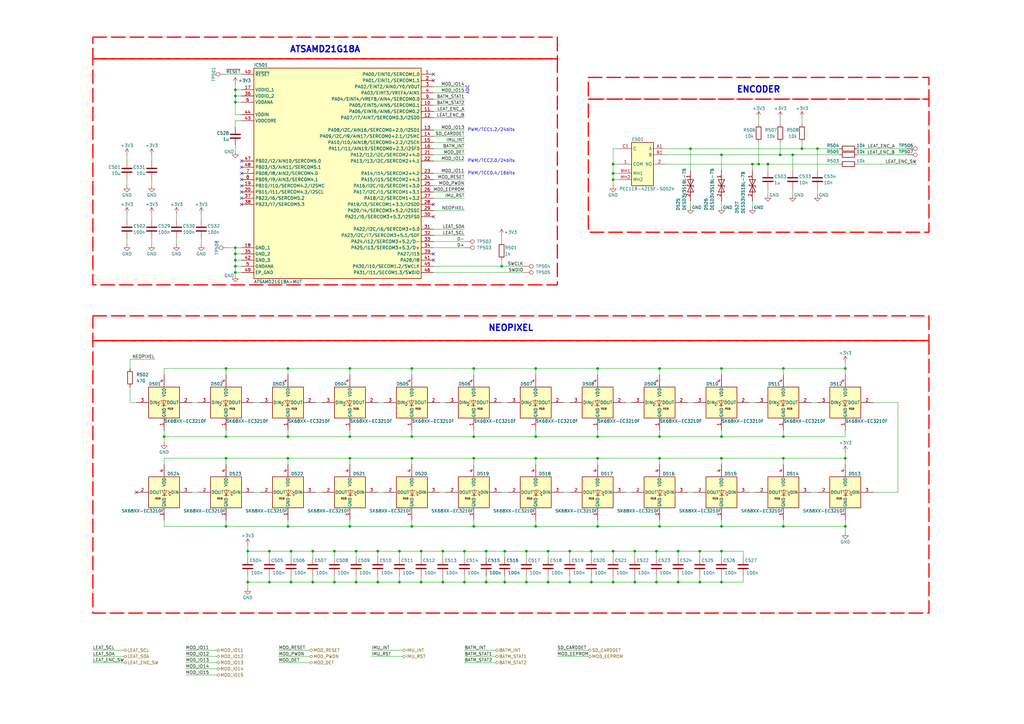
<source format=kicad_sch>
(kicad_sch (version 20231120) (generator "eeschema") (generator_version "8.0")
  (paper "A3")
  (title_block (title "Leds, encoder y ATSAMD21") (date "2024-07-18") (rev "Final") (company "MQuero"))
  (junction (at 269.24 238.76))
  (junction (at 242.57 226.06))
  (junction (at 287.02 238.76))
  (junction (at 251.46 226.06))
  (junction (at 308.61 67.31))
  (junction (at 260.35 226.06))
  (junction (at 181.61 238.76))
  (junction (at 163.83 238.76))
  (junction (at 96.52 101.6))
  (junction (at 119.38 238.76))
  (junction (at 219.71 187.96))
  (junction (at 233.68 238.76))
  (junction (at 146.05 226.06))
  (junction (at 295.91 226.06))
  (junction (at 215.9 238.76))
  (junction (at 190.5 238.76))
  (junction (at 278.13 226.06))
  (junction (at 96.52 109.22))
  (junction (at 287.02 226.06))
  (junction (at 346.71 187.96))
  (junction (at 101.6 226.06))
  (junction (at 270.51 151.13))
  (junction (at 172.72 238.76))
  (junction (at 128.27 238.76))
  (junction (at 137.16 226.06))
  (junction (at 251.46 73.66))
  (junction (at 278.13 238.76))
  (junction (at 199.39 238.76))
  (junction (at 219.71 151.13))
  (junction (at 224.79 226.06))
  (junction (at 143.51 187.96))
  (junction (at 283.21 60.96))
  (junction (at 96.52 41.91))
  (junction (at 224.79 238.76))
  (junction (at 219.71 179.07))
  (junction (at 269.24 226.06))
  (junction (at 245.11 215.9))
  (junction (at 118.11 151.13))
  (junction (at 314.96 67.31))
  (junction (at 96.52 111.76))
  (junction (at 92.71 179.07))
  (junction (at 118.11 179.07))
  (junction (at 143.51 179.07))
  (junction (at 325.12 63.5))
  (junction (at 321.31 151.13))
  (junction (at 328.93 60.96))
  (junction (at 245.11 151.13))
  (junction (at 146.05 238.76))
  (junction (at 215.9 226.06))
  (junction (at 295.91 187.96))
  (junction (at 321.31 215.9))
  (junction (at 194.31 215.9))
  (junction (at 270.51 179.07))
  (junction (at 219.71 215.9))
  (junction (at 270.51 215.9))
  (junction (at 194.31 179.07))
  (junction (at 67.31 179.07))
  (junction (at 320.04 63.5))
  (junction (at 242.57 238.76))
  (junction (at 168.91 215.9))
  (junction (at 96.52 106.68))
  (junction (at 295.91 179.07))
  (junction (at 163.83 226.06))
  (junction (at 311.15 67.31))
  (junction (at 321.31 187.96))
  (junction (at 118.11 215.9))
  (junction (at 110.49 238.76))
  (junction (at 194.31 187.96))
  (junction (at 143.51 215.9))
  (junction (at 251.46 71.12))
  (junction (at 154.94 238.76))
  (junction (at 346.71 151.13))
  (junction (at 346.71 215.9))
  (junction (at 251.46 238.76))
  (junction (at 119.38 226.06))
  (junction (at 194.31 151.13))
  (junction (at 295.91 151.13))
  (junction (at 118.11 187.96))
  (junction (at 128.27 226.06))
  (junction (at 143.51 151.13))
  (junction (at 251.46 67.31))
  (junction (at 92.71 215.9))
  (junction (at 96.52 39.37))
  (junction (at 110.49 226.06))
  (junction (at 295.91 238.76))
  (junction (at 205.74 109.22))
  (junction (at 172.72 226.06))
  (junction (at 190.5 226.06))
  (junction (at 101.6 238.76))
  (junction (at 92.71 151.13))
  (junction (at 295.91 63.5))
  (junction (at 321.31 179.07))
  (junction (at 270.51 187.96))
  (junction (at 181.61 226.06))
  (junction (at 199.39 226.06))
  (junction (at 96.52 36.83))
  (junction (at 245.11 179.07))
  (junction (at 168.91 187.96))
  (junction (at 137.16 238.76))
  (junction (at 207.01 238.76))
  (junction (at 207.01 226.06))
  (junction (at 335.28 60.96))
  (junction (at 168.91 179.07))
  (junction (at 92.71 187.96))
  (junction (at 96.52 104.14))
  (junction (at 245.11 187.96))
  (junction (at 260.35 238.76))
  (junction (at 295.91 215.9))
  (junction (at 233.68 226.06))
  (junction (at 168.91 151.13))
  (junction (at 154.94 226.06))
  (no_connect (at 177.8 88.9))
  (no_connect (at 99.06 76.2))
  (no_connect (at 99.06 83.82))
  (no_connect (at 99.06 71.12))
  (no_connect (at 99.06 81.28))
  (no_connect (at 177.8 104.14))
  (no_connect (at 99.06 66.04))
  (no_connect (at 177.8 30.48))
  (no_connect (at 99.06 78.74))
  (no_connect (at 99.06 73.66))
  (no_connect (at 177.8 33.02))
  (no_connect (at 55.88 201.93))
  (no_connect (at 177.8 106.68))
  (no_connect (at 177.8 83.82))
  (no_connect (at 99.06 68.58))
  (wire (pts (xy 199.39 238.76) (xy 207.01 238.76)))
  (wire (pts (xy 177.8 111.76) (xy 214.63 111.76)))
  (wire (pts (xy 295.91 215.9) (xy 270.51 215.9)))
  (wire (pts (xy 143.51 215.9) (xy 118.11 215.9)))
  (wire (pts (xy 260.35 226.06) (xy 260.35 228.6)))
  (wire (pts (xy 99.06 101.6) (xy 96.52 101.6)))
  (wire (pts (xy 92.71 215.9) (xy 67.31 215.9)))
  (wire (pts (xy 72.39 87.63) (xy 72.39 90.17)))
  (wire (pts (xy 320.04 58.42) (xy 320.04 63.5)))
  (wire (pts (xy 163.83 238.76) (xy 172.72 238.76)))
  (wire (pts (xy 219.71 187.96) (xy 194.31 187.96)))
  (wire (pts (xy 190.5 78.74) (xy 177.8 78.74)))
  (wire (pts (xy 67.31 176.53) (xy 67.31 179.07)))
  (wire (pts (xy 96.52 106.68) (xy 99.06 106.68)))
  (wire (pts (xy 194.31 187.96) (xy 168.91 187.96)))
  (wire (pts (xy 251.46 76.2) (xy 251.46 73.66)))
  (wire (pts (xy 101.6 226.06) (xy 101.6 228.6)))
  (wire (pts (xy 224.79 226.06) (xy 224.79 228.6)))
  (wire (pts (xy 245.11 179.07) (xy 270.51 179.07)))
  (wire (pts (xy 62.23 63.5) (xy 62.23 66.04)))
  (wire (pts (xy 287.02 238.76) (xy 278.13 238.76)))
  (wire (pts (xy 190.5 55.88) (xy 177.8 55.88)))
  (wire (pts (xy 177.8 99.06) (xy 190.5 99.06)))
  (wire (pts (xy 82.55 87.63) (xy 82.55 90.17)))
  (wire (pts (xy 207.01 236.22) (xy 207.01 238.76)))
  (wire (pts (xy 181.61 236.22) (xy 181.61 238.76)))
  (wire (pts (xy 314.96 69.85) (xy 314.96 67.31)))
  (wire (pts (xy 177.8 96.52) (xy 190.5 96.52)))
  (wire (pts (xy 78.74 165.1) (xy 81.28 165.1)))
  (wire (pts (xy 270.51 213.36) (xy 270.51 215.9)))
  (wire (pts (xy 283.21 82.55) (xy 283.21 85.09)))
  (wire (pts (xy 92.71 151.13) (xy 92.71 153.67)))
  (wire (pts (xy 96.52 111.76) (xy 96.52 113.03)))
  (wire (pts (xy 154.94 226.06) (xy 154.94 228.6)))
  (wire (pts (xy 245.11 151.13) (xy 270.51 151.13)))
  (wire (pts (xy 96.52 109.22) (xy 99.06 109.22)))
  (wire (pts (xy 190.5 269.24) (xy 203.2 269.24)))
  (wire (pts (xy 168.91 215.9) (xy 143.51 215.9)))
  (wire (pts (xy 228.6 266.7) (xy 241.3 266.7)))
  (wire (pts (xy 92.71 187.96) (xy 67.31 187.96)))
  (wire (pts (xy 295.91 82.55) (xy 295.91 85.09)))
  (wire (pts (xy 53.34 147.32) (xy 63.5 147.32)))
  (wire (pts (xy 93.98 101.6) (xy 96.52 101.6)))
  (wire (pts (xy 53.34 158.75) (xy 53.34 165.1)))
  (wire (pts (xy 321.31 213.36) (xy 321.31 215.9)))
  (wire (pts (xy 190.5 58.42) (xy 177.8 58.42)))
  (wire (pts (xy 295.91 187.96) (xy 270.51 187.96)))
  (wire (pts (xy 224.79 238.76) (xy 215.9 238.76)))
  (wire (pts (xy 128.27 236.22) (xy 128.27 238.76)))
  (wire (pts (xy 335.28 80.01) (xy 335.28 77.47)))
  (wire (pts (xy 325.12 80.01) (xy 325.12 77.47)))
  (wire (pts (xy 295.91 236.22) (xy 295.91 238.76)))
  (wire (pts (xy 304.8 226.06) (xy 304.8 228.6)))
  (wire (pts (xy 251.46 73.66) (xy 254 73.66)))
  (wire (pts (xy 143.51 176.53) (xy 143.51 179.07)))
  (wire (pts (xy 168.91 213.36) (xy 168.91 215.9)))
  (wire (pts (xy 114.3 271.78) (xy 127 271.78)))
  (wire (pts (xy 346.71 187.96) (xy 346.71 190.5)))
  (wire (pts (xy 190.5 236.22) (xy 190.5 238.76)))
  (wire (pts (xy 154.94 226.06) (xy 163.83 226.06)))
  (wire (pts (xy 181.61 226.06) (xy 190.5 226.06)))
  (wire (pts (xy 99.06 41.91) (xy 96.52 41.91)))
  (wire (pts (xy 346.71 213.36) (xy 346.71 215.9)))
  (wire (pts (xy 110.49 238.76) (xy 119.38 238.76)))
  (wire (pts (xy 177.8 109.22) (xy 205.74 109.22)))
  (wire (pts (xy 128.27 226.06) (xy 137.16 226.06)))
  (wire (pts (xy 284.48 201.93) (xy 281.94 201.93)))
  (wire (pts (xy 245.11 187.96) (xy 245.11 190.5)))
  (wire (pts (xy 168.91 176.53) (xy 168.91 179.07)))
  (wire (pts (xy 67.31 151.13) (xy 67.31 153.67)))
  (wire (pts (xy 182.88 201.93) (xy 180.34 201.93)))
  (wire (pts (xy 172.72 226.06) (xy 181.61 226.06)))
  (wire (pts (xy 190.5 63.5) (xy 177.8 63.5)))
  (wire (pts (xy 328.93 58.42) (xy 328.93 60.96)))
  (wire (pts (xy 62.23 87.63) (xy 62.23 90.17)))
  (wire (pts (xy 219.71 151.13) (xy 219.71 153.67)))
  (wire (pts (xy 177.8 73.66) (xy 190.5 73.66)))
  (wire (pts (xy 245.11 213.36) (xy 245.11 215.9)))
  (wire (pts (xy 228.6 269.24) (xy 241.3 269.24)))
  (wire (pts (xy 208.28 201.93) (xy 205.74 201.93)))
  (wire (pts (xy 118.11 213.36) (xy 118.11 215.9)))
  (wire (pts (xy 233.68 226.06) (xy 233.68 228.6)))
  (wire (pts (xy 281.94 165.1) (xy 284.48 165.1)))
  (wire (pts (xy 190.5 71.12) (xy 177.8 71.12)))
  (wire (pts (xy 287.02 236.22) (xy 287.02 238.76)))
  (wire (pts (xy 308.61 82.55) (xy 308.61 85.09)))
  (wire (pts (xy 137.16 226.06) (xy 137.16 228.6)))
  (wire (pts (xy 295.91 226.06) (xy 295.91 228.6)))
  (wire (pts (xy 163.83 226.06) (xy 163.83 228.6)))
  (wire (pts (xy 233.68 226.06) (xy 224.79 226.06)))
  (wire (pts (xy 231.14 165.1) (xy 233.68 165.1)))
  (wire (pts (xy 233.68 201.93) (xy 231.14 201.93)))
  (wire (pts (xy 143.51 151.13) (xy 143.51 153.67)))
  (wire (pts (xy 245.11 176.53) (xy 245.11 179.07)))
  (wire (pts (xy 128.27 238.76) (xy 137.16 238.76)))
  (wire (pts (xy 52.07 87.63) (xy 52.07 90.17)))
  (wire (pts (xy 346.71 148.59) (xy 346.71 151.13)))
  (wire (pts (xy 269.24 236.22) (xy 269.24 238.76)))
  (wire (pts (xy 270.51 176.53) (xy 270.51 179.07)))
  (wire (pts (xy 368.3 165.1) (xy 368.3 201.93)))
  (wire (pts (xy 295.91 151.13) (xy 321.31 151.13)))
  (wire (pts (xy 215.9 226.06) (xy 207.01 226.06)))
  (wire (pts (xy 321.31 179.07) (xy 346.71 179.07)))
  (wire (pts (xy 242.57 236.22) (xy 242.57 238.76)))
  (wire (pts (xy 214.63 109.22) (xy 205.74 109.22)))
  (wire (pts (xy 295.91 63.5) (xy 320.04 63.5)))
  (wire (pts (xy 143.51 179.07) (xy 168.91 179.07)))
  (wire (pts (xy 190.5 238.76) (xy 199.39 238.76)))
  (wire (pts (xy 101.6 223.52) (xy 101.6 226.06)))
  (wire (pts (xy 190.5 35.56) (xy 177.8 35.56)))
  (wire (pts (xy 278.13 238.76) (xy 269.24 238.76)))
  (wire (pts (xy 128.27 226.06) (xy 128.27 228.6)))
  (wire (pts (xy 154.94 165.1) (xy 157.48 165.1)))
  (wire (pts (xy 96.52 41.91) (xy 96.52 46.99)))
  (wire (pts (xy 321.31 187.96) (xy 295.91 187.96)))
  (wire (pts (xy 311.15 67.31) (xy 314.96 67.31)))
  (wire (pts (xy 146.05 226.06) (xy 154.94 226.06)))
  (wire (pts (xy 132.08 201.93) (xy 129.54 201.93)))
  (wire (pts (xy 251.46 226.06) (xy 251.46 228.6)))
  (wire (pts (xy 104.14 165.1) (xy 106.68 165.1)))
  (wire (pts (xy 295.91 153.67) (xy 295.91 151.13)))
  (wire (pts (xy 96.52 104.14) (xy 99.06 104.14)))
  (wire (pts (xy 346.71 215.9) (xy 321.31 215.9)))
  (wire (pts (xy 52.07 73.66) (xy 52.07 76.2)))
  (wire (pts (xy 304.8 226.06) (xy 295.91 226.06)))
  (wire (pts (xy 215.9 238.76) (xy 207.01 238.76)))
  (wire (pts (xy 190.5 38.1) (xy 177.8 38.1)))
  (wire (pts (xy 190.5 271.78) (xy 203.2 271.78)))
  (wire (pts (xy 224.79 236.22) (xy 224.79 238.76)))
  (wire (pts (xy 96.52 109.22) (xy 96.52 111.76)))
  (wire (pts (xy 157.48 201.93) (xy 154.94 201.93)))
  (wire (pts (xy 143.51 213.36) (xy 143.51 215.9)))
  (wire (pts (xy 92.71 187.96) (xy 92.71 190.5)))
  (wire (pts (xy 314.96 80.01) (xy 314.96 77.47)))
  (wire (pts (xy 256.54 165.1) (xy 259.08 165.1)))
  (wire (pts (xy 101.6 236.22) (xy 101.6 238.76)))
  (wire (pts (xy 67.31 151.13) (xy 92.71 151.13)))
  (wire (pts (xy 118.11 151.13) (xy 118.11 153.67)))
  (wire (pts (xy 96.52 39.37) (xy 96.52 36.83)))
  (wire (pts (xy 269.24 238.76) (xy 260.35 238.76)))
  (wire (pts (xy 194.31 213.36) (xy 194.31 215.9)))
  (wire (pts (xy 177.8 76.2) (xy 190.5 76.2)))
  (wire (pts (xy 283.21 60.96) (xy 328.93 60.96)))
  (wire (pts (xy 96.52 49.53) (xy 99.06 49.53)))
  (wire (pts (xy 118.11 176.53) (xy 118.11 179.07)))
  (wire (pts (xy 269.24 226.06) (xy 260.35 226.06)))
  (wire (pts (xy 194.31 176.53) (xy 194.31 179.07)))
  (wire (pts (xy 242.57 226.06) (xy 233.68 226.06)))
  (wire (pts (xy 335.28 60.96) (xy 344.17 60.96)))
  (wire (pts (xy 233.68 238.76) (xy 224.79 238.76)))
  (wire (pts (xy 346.71 151.13) (xy 346.71 153.67)))
  (wire (pts (xy 251.46 238.76) (xy 242.57 238.76)))
  (wire (pts (xy 304.8 236.22) (xy 304.8 238.76)))
  (wire (pts (xy 321.31 151.13) (xy 346.71 151.13)))
  (wire (pts (xy 224.79 226.06) (xy 215.9 226.06)))
  (wire (pts (xy 194.31 179.07) (xy 219.71 179.07)))
  (wire (pts (xy 304.8 238.76) (xy 295.91 238.76)))
  (wire (pts (xy 321.31 151.13) (xy 321.31 153.67)))
  (wire (pts (xy 137.16 238.76) (xy 146.05 238.76)))
  (wire (pts (xy 119.38 238.76) (xy 128.27 238.76)))
  (wire (pts (xy 219.71 176.53) (xy 219.71 179.07)))
  (wire (pts (xy 260.35 226.06) (xy 251.46 226.06)))
  (wire (pts (xy 129.54 165.1) (xy 132.08 165.1)))
  (wire (pts (xy 168.91 151.13) (xy 168.91 153.67)))
  (wire (pts (xy 92.71 151.13) (xy 118.11 151.13)))
  (wire (pts (xy 278.13 226.06) (xy 278.13 228.6)))
  (wire (pts (xy 295.91 226.06) (xy 287.02 226.06)))
  (wire (pts (xy 152.4 269.24) (xy 165.1 269.24)))
  (wire (pts (xy 295.91 176.53) (xy 295.91 179.07)))
  (wire (pts (xy 92.71 30.48) (xy 99.06 30.48)))
  (wire (pts (xy 190.5 60.96) (xy 177.8 60.96)))
  (wire (pts (xy 119.38 226.06) (xy 128.27 226.06)))
  (wire (pts (xy 307.34 165.1) (xy 309.88 165.1)))
  (wire (pts (xy 163.83 226.06) (xy 172.72 226.06)))
  (wire (pts (xy 358.14 165.1) (xy 368.3 165.1)))
  (wire (pts (xy 251.46 226.06) (xy 242.57 226.06)))
  (wire (pts (xy 76.2 271.78) (xy 88.9 271.78)))
  (wire (pts (xy 251.46 71.12) (xy 254 71.12)))
  (wire (pts (xy 260.35 236.22) (xy 260.35 238.76)))
  (wire (pts (xy 295.91 238.76) (xy 287.02 238.76)))
  (wire (pts (xy 190.5 43.18) (xy 177.8 43.18)))
  (wire (pts (xy 314.96 67.31) (xy 344.17 67.31)))
  (wire (pts (xy 96.52 41.91) (xy 96.52 39.37)))
  (wire (pts (xy 270.51 187.96) (xy 270.51 190.5)))
  (wire (pts (xy 119.38 236.22) (xy 119.38 238.76)))
  (wire (pts (xy 190.5 81.28) (xy 177.8 81.28)))
  (wire (pts (xy 137.16 236.22) (xy 137.16 238.76)))
  (wire (pts (xy 177.8 93.98) (xy 190.5 93.98)))
  (wire (pts (xy 311.15 58.42) (xy 311.15 67.31)))
  (wire (pts (xy 251.46 73.66) (xy 251.46 71.12)))
  (wire (pts (xy 67.31 181.61) (xy 67.31 179.07)))
  (wire (pts (xy 180.34 165.1) (xy 182.88 165.1)))
  (wire (pts (xy 67.31 179.07) (xy 92.71 179.07)))
  (wire (pts (xy 270.51 179.07) (xy 295.91 179.07)))
  (wire (pts (xy 245.11 215.9) (xy 219.71 215.9)))
  (wire (pts (xy 270.51 215.9) (xy 245.11 215.9)))
  (wire (pts (xy 53.34 165.1) (xy 55.88 165.1)))
  (wire (pts (xy 270.51 153.67) (xy 270.51 151.13)))
  (wire (pts (xy 143.51 187.96) (xy 118.11 187.96)))
  (wire (pts (xy 52.07 97.79) (xy 52.07 100.33)))
  (wire (pts (xy 110.49 236.22) (xy 110.49 238.76)))
  (wire (pts (xy 295.91 63.5) (xy 295.91 69.85)))
  (wire (pts (xy 72.39 97.79) (xy 72.39 100.33)))
  (wire (pts (xy 137.16 226.06) (xy 146.05 226.06)))
  (wire (pts (xy 118.11 190.5) (xy 118.11 187.96)))
  (wire (pts (xy 96.52 52.07) (xy 96.52 49.53)))
  (wire (pts (xy 177.8 48.26) (xy 190.5 48.26)))
  (wire (pts (xy 205.74 165.1) (xy 208.28 165.1)))
  (wire (pts (xy 82.55 97.79) (xy 82.55 100.33)))
  (wire (pts (xy 101.6 238.76) (xy 110.49 238.76)))
  (wire (pts (xy 283.21 60.96) (xy 283.21 69.85)))
  (wire (pts (xy 118.11 215.9) (xy 92.71 215.9)))
  (wire (pts (xy 351.79 63.5) (xy 372.11 63.5)))
  (wire (pts (xy 242.57 238.76) (xy 233.68 238.76)))
  (wire (pts (xy 215.9 236.22) (xy 215.9 238.76)))
  (wire (pts (xy 50.8 266.7) (xy 38.1 266.7)))
  (wire (pts (xy 168.91 187.96) (xy 168.91 190.5)))
  (wire (pts (xy 76.2 276.86) (xy 88.9 276.86)))
  (wire (pts (xy 50.8 271.78) (xy 38.1 271.78)))
  (wire (pts (xy 190.5 226.06) (xy 199.39 226.06)))
  (wire (pts (xy 320.04 48.26) (xy 320.04 50.8)))
  (wire (pts (xy 163.83 236.22) (xy 163.83 238.76)))
  (wire (pts (xy 242.57 226.06) (xy 242.57 228.6)))
  (wire (pts (xy 295.91 213.36) (xy 295.91 215.9)))
  (wire (pts (xy 96.52 39.37) (xy 99.06 39.37)))
  (wire (pts (xy 118.11 179.07) (xy 143.51 179.07)))
  (wire (pts (xy 52.07 63.5) (xy 52.07 66.04)))
  (wire (pts (xy 308.61 67.31) (xy 311.15 67.31)))
  (wire (pts (xy 320.04 63.5) (xy 325.12 63.5)))
  (wire (pts (xy 194.31 151.13) (xy 194.31 153.67)))
  (wire (pts (xy 110.49 226.06) (xy 119.38 226.06)))
  (wire (pts (xy 245.11 151.13) (xy 245.11 153.67)))
  (wire (pts (xy 321.31 187.96) (xy 321.31 190.5)))
  (wire (pts (xy 351.79 60.96) (xy 372.11 60.96)))
  (wire (pts (xy 172.72 226.06) (xy 172.72 228.6)))
  (wire (pts (xy 321.31 215.9) (xy 295.91 215.9)))
  (wire (pts (xy 110.49 226.06) (xy 110.49 228.6)))
  (wire (pts (xy 127 269.24) (xy 114.3 269.24)))
  (wire (pts (xy 219.71 151.13) (xy 245.11 151.13)))
  (wire (pts (xy 146.05 226.06) (xy 146.05 228.6)))
  (wire (pts (xy 346.71 185.42) (xy 346.71 187.96)))
  (wire (pts (xy 219.71 179.07) (xy 245.11 179.07)))
  (wire (pts (xy 278.13 226.06) (xy 269.24 226.06)))
  (wire (pts (xy 106.68 201.93) (xy 104.14 201.93)))
  (wire (pts (xy 181.61 238.76) (xy 190.5 238.76)))
  (wire (pts (xy 199.39 236.22) (xy 199.39 238.76)))
  (wire (pts (xy 81.28 201.93) (xy 78.74 201.93)))
  (wire (pts (xy 194.31 187.96) (xy 194.31 190.5)))
  (wire (pts (xy 351.79 67.31) (xy 375.92 67.31)))
  (wire (pts (xy 67.31 215.9) (xy 67.31 213.36)))
  (wire (pts (xy 251.46 60.96) (xy 254 60.96)))
  (wire (pts (xy 76.2 274.32) (xy 88.9 274.32)))
  (wire (pts (xy 233.68 236.22) (xy 233.68 238.76)))
  (wire (pts (xy 96.52 101.6) (xy 96.52 104.14)))
  (wire (pts (xy 260.35 238.76) (xy 251.46 238.76)))
  (wire (pts (xy 194.31 151.13) (xy 219.71 151.13)))
  (wire (pts (xy 346.71 187.96) (xy 321.31 187.96)))
  (wire (pts (xy 96.52 34.29) (xy 96.52 36.83)))
  (wire (pts (xy 205.74 96.52) (xy 205.74 99.06)))
  (wire (pts (xy 278.13 236.22) (xy 278.13 238.76)))
  (wire (pts (xy 177.8 101.6) (xy 190.5 101.6)))
  (wire (pts (xy 177.8 86.36) (xy 190.5 86.36)))
  (wire (pts (xy 53.34 151.13) (xy 53.34 147.32)))
  (wire (pts (xy 245.11 187.96) (xy 219.71 187.96)))
  (wire (pts (xy 190.5 53.34) (xy 177.8 53.34)))
  (wire (pts (xy 251.46 67.31) (xy 251.46 60.96)))
  (wire (pts (xy 76.2 266.7) (xy 88.9 266.7)))
  (wire (pts (xy 92.71 176.53) (xy 92.71 179.07)))
  (wire (pts (xy 332.74 165.1) (xy 335.28 165.1)))
  (wire (pts (xy 190.5 66.04) (xy 177.8 66.04)))
  (wire (pts (xy 92.71 213.36) (xy 92.71 215.9)))
  (wire (pts (xy 205.74 106.68) (xy 205.74 109.22)))
  (wire (pts (xy 328.93 48.26) (xy 328.93 50.8)))
  (wire (pts (xy 62.23 73.66) (xy 62.23 76.2)))
  (wire (pts (xy 168.91 179.07) (xy 194.31 179.07)))
  (wire (pts (xy 273.05 60.96) (xy 283.21 60.96)))
  (wire (pts (xy 177.8 45.72) (xy 190.5 45.72)))
  (wire (pts (xy 311.15 48.26) (xy 311.15 50.8)))
  (wire (pts (xy 259.08 201.93) (xy 256.54 201.93)))
  (wire (pts (xy 273.05 67.31) (xy 308.61 67.31)))
  (wire (pts (xy 154.94 236.22) (xy 154.94 238.76)))
  (wire (pts (xy 99.06 36.83) (xy 96.52 36.83)))
  (wire (pts (xy 76.2 269.24) (xy 88.9 269.24)))
  (wire (pts (xy 346.71 218.44) (xy 346.71 215.9)))
  (wire (pts (xy 143.51 151.13) (xy 168.91 151.13)))
  (wire (pts (xy 368.3 201.93) (xy 358.14 201.93)))
  (wire (pts (xy 295.91 179.07) (xy 321.31 179.07)))
  (wire (pts (xy 287.02 226.06) (xy 278.13 226.06)))
  (wire (pts (xy 194.31 215.9) (xy 168.91 215.9)))
  (wire (pts (xy 146.05 236.22) (xy 146.05 238.76)))
  (wire (pts (xy 207.01 228.6) (xy 207.01 226.06)))
  (wire (pts (xy 308.61 69.85) (xy 308.61 67.31)))
  (wire (pts (xy 335.28 201.93) (xy 332.74 201.93)))
  (wire (pts (xy 152.4 266.7) (xy 165.1 266.7)))
  (wire (pts (xy 101.6 226.06) (xy 110.49 226.06)))
  (wire (pts (xy 219.71 187.96) (xy 219.71 190.5)))
  (wire (pts (xy 172.72 238.76) (xy 181.61 238.76)))
  (wire (pts (xy 119.38 228.6) (xy 119.38 226.06)))
  (wire (pts (xy 50.8 269.24) (xy 38.1 269.24)))
  (wire (pts (xy 154.94 238.76) (xy 163.83 238.76)))
  (wire (pts (xy 127 266.7) (xy 114.3 266.7)))
  (wire (pts (xy 287.02 228.6) (xy 287.02 226.06)))
  (wire (pts (xy 270.51 151.13) (xy 295.91 151.13)))
  (wire (pts (xy 190.5 228.6) (xy 190.5 226.06)))
  (wire (pts (xy 215.9 228.6) (xy 215.9 226.06)))
  (wire (pts (xy 295.91 187.96) (xy 295.91 190.5)))
  (wire (pts (xy 199.39 228.6) (xy 199.39 226.06)))
  (wire (pts (xy 328.93 60.96) (xy 335.28 60.96)))
  (wire (pts (xy 251.46 236.22) (xy 251.46 238.76)))
  (wire (pts (xy 96.52 104.14) (xy 96.52 106.68)))
  (wire (pts (xy 168.91 151.13) (xy 194.31 151.13)))
  (wire (pts (xy 172.72 236.22) (xy 172.72 238.76)))
  (wire (pts (xy 346.71 179.07) (xy 346.71 176.53)))
  (wire (pts (xy 96.52 106.68) (xy 96.52 109.22)))
  (wire (pts (xy 62.23 97.79) (xy 62.23 100.33)))
  (wire (pts (xy 146.05 238.76) (xy 154.94 238.76)))
  (wire (pts (xy 181.61 226.06) (xy 181.61 228.6)))
  (wire (pts (xy 321.31 176.53) (xy 321.31 179.07)))
  (wire (pts (xy 99.06 46.99) (xy 96.52 46.99)))
  (wire (pts (xy 325.12 63.5) (xy 344.17 63.5)))
  (wire (pts (xy 96.52 111.76) (xy 99.06 111.76)))
  (wire (pts (xy 251.46 67.31) (xy 254 67.31)))
  (wire (pts (xy 143.51 190.5) (xy 143.51 187.96)))
  (wire (pts (xy 269.24 226.06) (xy 269.24 228.6)))
  (wire (pts (xy 309.88 201.93) (xy 307.34 201.93)))
  (wire (pts (xy 67.31 187.96) (xy 67.31 190.5)))
  (wire (pts (xy 96.52 59.69) (xy 96.52 62.23)))
  (wire (pts (xy 251.46 71.12) (xy 251.46 67.31)))
  (wire (pts (xy 325.12 63.5) (xy 325.12 69.85)))
  (wire (pts (xy 199.39 226.06) (xy 207.01 226.06)))
  (wire (pts (xy 219.71 215.9) (xy 194.31 215.9)))
  (wire (pts (xy 92.71 179.07) (xy 118.11 179.07)))
  (wire (pts (xy 101.6 241.3) (xy 101.6 238.76)))
  (wire (pts (xy 190.5 266.7) (xy 203.2 266.7)))
  (wire (pts (xy 118.11 187.96) (xy 92.71 187.96)))
  (wire (pts (xy 335.28 60.96) (xy 335.28 69.85)))
  (wire (pts (xy 270.51 187.96) (xy 245.11 187.96)))
  (wire (pts (xy 273.05 63.5) (xy 295.91 63.5)))
  (wire (pts (xy 168.91 187.96) (xy 143.51 187.96)))
  (wire (pts (xy 190.5 40.64) (xy 177.8 40.64)))
  (wire (pts (xy 118.11 151.13) (xy 143.51 151.13)))
  (wire (pts (xy 219.71 213.36) (xy 219.71 215.9)))
  (rectangle (start 38.1 139.7) (end 381 251.46) (stroke (width 0.508) (type dash) (color 255 0 0 1)))
  (rectangle (start 241.3 40.64) (end 381 95.25) (stroke (width 0.508) (type dash) (color 255 0 0 1)))
  (rectangle (start 38.1 129.54) (end 381 139.7) (stroke (width 0.508) (type dash) (color 255 0 0 1)))
  (rectangle (start 38.1 24.13) (end 228.6 116.84) (stroke (width 0.508) (type dash) (color 255 0 0 1)))
  (rectangle (start 38.1 15.24) (end 228.6 24.13) (stroke (width 0.508) (type dash) (color 255 0 0 1)))
  (rectangle (start 241.3 31.75) (end 381 40.64) (stroke (width 0.508) (type dash) (color 255 0 0 1)))
  (text "PWM/TCC1.2/24bits" (at 191.77 53.34 0) (effects (font (size 1.27 1.27)) (justify left)))
  (text "ENCODER" (at 311.15 36.83 0) (effects (font (size 2.54 2.54) (thickness 0.508) (bold yes))))
  (text "ADC\n" (at 191.77 36.83 90) (effects (font (size 1.27 1.27))))
  (text "ATSAMD21G18A" (at 133.35 20.32 0) (effects (font (size 2.54 2.54) (thickness 0.508) (bold yes))))
  (text "PWM/TCC0.4/16bits" (at 191.77 71.12 0) (effects (font (size 1.27 1.27)) (justify left)))
  (text "NEOPIXEL" (at 209.55 134.62 0) (effects (font (size 2.54 2.54) (thickness 0.508) (bold yes))))
  (text "PWM/TCC2.0/24bits" (at 191.77 66.04 0) (effects (font (size 1.27 1.27)) (justify left)))
  (label "BATM_INT" (at 190.5 60.96 180))
  (label "SD_CARDDET" (at 228.6 266.7 0))
  (label "MOD_IO12" (at 190.5 66.04 180))
  (label "NEOPIXEL" (at 63.5 147.32 180))
  (label "BATM_STAT1" (at 190.5 40.64 180))
  (label "MOD_IO13" (at 190.5 53.34 180))
  (label "MOD_IO15" (at 76.2 276.86 0))
  (label "MOD_RESET" (at 114.3 266.7 0))
  (label "LEAT_ENC_B" (at 190.5 48.26 180))
  (label "LEAT_ENC_B" (at 367.03 63.5 180))
  (label "MOD_PWDN" (at 190.5 76.2 180))
  (label "IMU_INT" (at 152.4 266.7 0))
  (label "SWDIO" (at 214.63 111.76 180))
  (label "MOD_IO11" (at 190.5 71.12 180))
  (label "MOD_DET" (at 114.3 271.78 0))
  (label "IMU_RST" (at 152.4 269.24 0))
  (label "LEAT_SDA" (at 190.5 93.98 180))
  (label "MOD_DET" (at 190.5 63.5 180))
  (label "LEAT_SDA" (at 38.1 269.24 0))
  (label "LEAT_SCL" (at 38.1 266.7 0))
  (label "BATM_STAT1" (at 190.5 269.24 0))
  (label "MOD_PWDN" (at 114.3 269.24 0))
  (label "BATM_STAT2" (at 190.5 271.78 0))
  (label "NEOPIXEL" (at 190.5 86.36 180))
  (label "MOD_IO13" (at 76.2 271.78 0))
  (label "MOD_RESET" (at 190.5 73.66 180))
  (label "MOD_IO11" (at 76.2 266.7 0))
  (label "IMU_RST" (at 190.5 81.28 180))
  (label "SD_CARDDET" (at 190.5 55.88 180))
  (label "MOD_IO12" (at 76.2 269.24 0))
  (label "D+" (at 190.5 101.6 180))
  (label "D-" (at 190.5 99.06 180))
  (label "IMU_INT" (at 190.5 58.42 180))
  (label "BATM_STAT2" (at 190.5 43.18 180))
  (label "MOD_IO14" (at 76.2 274.32 0))
  (label "BATM_INT" (at 190.5 266.7 0))
  (label "LEAT_SCL" (at 190.5 96.52 180))
  (label "SWCLK" (at 214.63 109.22 180))
  (label "LEAT_ENC_A" (at 190.5 45.72 180))
  (label "~{RESET}" (at 92.71 30.48 0))
  (label "MOD_EEPROM" (at 228.6 269.24 0))
  (label "MOD_EEPROM" (at 190.5 78.74 180))
  (label "LEAT_ENC_A" (at 367.03 60.96 180))
  (label "LEAT_ENC_SW" (at 38.1 271.78 0))
  (label "MOD_IO15" (at 190.5 38.1 180))
  (label "LEAT_ENC_SW" (at 375.92 67.31 180))
  (label "MOD_IO14" (at 190.5 35.56 180))
  (hierarchical_label "LEAT_SDA" (shape bidirectional) (at 50.8 269.24 0))
  (hierarchical_label "BATM_INT" (shape bidirectional) (at 203.2 266.7 0))
  (hierarchical_label "LEAT_ENC_SW" (shape bidirectional) (at 50.8 271.78 0))
  (hierarchical_label "LEAT_SCL" (shape bidirectional) (at 50.8 266.7 0))
  (hierarchical_label "MOD_RESET" (shape bidirectional) (at 127 266.7 0))
  (hierarchical_label "SD_CARDDET" (shape bidirectional) (at 241.3 266.7 0))
  (hierarchical_label "MOD_DET" (shape bidirectional) (at 127 271.78 0))
  (hierarchical_label "MOD_IO14" (shape bidirectional) (at 88.9 274.32 0))
  (hierarchical_label "MOD_IO13" (shape bidirectional) (at 88.9 271.78 0))
  (hierarchical_label "MOD_IO15" (shape bidirectional) (at 88.9 276.86 0))
  (hierarchical_label "BATM_STAT1" (shape bidirectional) (at 203.2 269.24 0))
  (hierarchical_label "MOD_EEPROM" (shape bidirectional) (at 241.3 269.24 0))
  (hierarchical_label "IMU_INT" (shape bidirectional) (at 165.1 266.7 0))
  (hierarchical_label "MOD_IO11" (shape bidirectional) (at 88.9 266.7 0))
  (hierarchical_label "MOD_IO12" (shape bidirectional) (at 88.9 269.24 0))
  (hierarchical_label "BATM_STAT2" (shape bidirectional) (at 203.2 271.78 0))
  (hierarchical_label "IMU_RST" (shape bidirectional) (at 165.1 269.24 0))
  (hierarchical_label "MOD_PWDN" (shape bidirectional) (at 127 269.24 0))
  (symbol (lib_id "Connector:TestPoint") (at 372.11 63.5 270) (mirror x) (unit 1)
    (property "Reference" "TP507" (at 374.65 62.23 90) (effects (justify right)))
    (property "Value" "TestPoint" (effects (hide yes)))
    (property "Footprint" "TestPoint:TestPoint_Pad_D1.0mm" (effects (hide yes)))
    (property "Description" "test point" (effects (hide yes)))
  )
  (symbol (lib_id "power:+3V3") (at 72.39 87.63 0) (mirror y) (unit 1)
    (property "Reference" "#PWR05" (effects (hide yes)))
    (property "Value" "+3V3" (at 72.39 83.82 0))
    (property "Description" "Power symbol creates a global label with name \"+3V3\"" (effects (hide yes)))
  )
  (symbol (lib_id "power:GND") (at 82.55 100.33 0) (mirror y) (unit 1)
    (property "Reference" "#PWR09" (effects (hide yes)))
    (property "Value" "GND" (at 82.55 104.14 0))
    (property "Description" "Power symbol creates a global label with name \"GND\" , ground" (effects (hide yes)))
  )
  (symbol (lib_id "TFG:ATSAMD21G18A-MUT") (at 104.14 27.94 0) (unit 1)
    (property "Reference" "IC501" (at 104.14 26.67 0) (effects (justify left)))
    (property "Value" "ATSAMD21G18A-MUT" (at 104.14 115.57 0) (effects (justify left)))
    (property "Footprint" "TFG:ATSAMD21G18A-MUT" (effects (hide yes)))
    (property "Datasheet" "https://ww1.microchip.com/downloads/en/DeviceDoc/SAM-D21-DA1-Family-Data-Sheet-DS40001882H.pdf" (effects (hide yes)))
    (property "Description" "IC MCU 32BIT 256KB FLASH 48QFN" (effects (hide yes)))
    (property "MQ PN" "TFGIC015" (effects (hide yes)))
  )
  (symbol (lib_id "TFG:SK68XX-EC3210F") (at 99.06 195.58 0) (mirror y) (unit 1)
    (property "Reference" "D523" (at 99.06 194.31 0) (effects (justify left)))
    (property "Value" "SK68XX-EC3210F" (at 92.71 209.55 0) (effects (justify left)))
    (property "Footprint" "TFG:SK68XX-EC3210F" (effects (hide yes)))
    (property "Datasheet" "https://cdn-shop.adafruit.com/product-files/4892/4892_SK68XX-EC3210F__REV.A.pdf" (effects (hide yes)))
    (property "MQ PN" "TFGD001" (effects (hide yes)))
  )
  (symbol (lib_id "Connector:TestPoint") (at 372.11 60.96 270) (mirror x) (unit 1)
    (property "Reference" "TP506" (at 374.65 59.69 90) (effects (justify right)))
    (property "Value" "TestPoint" (effects (hide yes)))
    (property "Footprint" "TestPoint:TestPoint_Pad_D1.0mm" (effects (hide yes)))
    (property "Description" "test point" (effects (hide yes)))
  )
  (symbol (lib_id "Device:C") (at 119.38 232.41 0) (unit 1)
    (property "Reference" "C506" (at 120.015 229.87 0) (effects (justify left)))
    (property "Value" "100n" (at 120.65 234.95 0) (effects (justify left)))
    (property "Footprint" "Capacitor_SMD:C_0402_1005Metric" (effects (hide yes)))
    (property "Description" "Unpolarized capacitor" (effects (hide yes)))
  )
  (symbol (lib_id "power:GND") (at 96.52 62.23 0) (unit 1)
    (property "Reference" "#PWR07" (effects (hide yes)))
    (property "Value" "GND" (at 93.98 62.23 0))
    (property "Description" "Power symbol creates a global label with name \"GND\" , ground" (effects (hide yes)))
  )
  (symbol (lib_id "Device:C") (at 287.02 232.41 0) (unit 1)
    (property "Reference" "C525" (at 287.655 229.87 0) (effects (justify left)))
    (property "Value" "100n" (at 288.29 234.95 0) (effects (justify left)))
    (property "Footprint" "Capacitor_SMD:C_0402_1005Metric" (effects (hide yes)))
    (property "Description" "Unpolarized capacitor" (effects (hide yes)))
  )
  (symbol (lib_id "Device:C") (at 269.24 232.41 0) (unit 1)
    (property "Reference" "C523" (at 269.875 229.87 0) (effects (justify left)))
    (property "Value" "100n" (at 270.51 234.95 0) (effects (justify left)))
    (property "Footprint" "Capacitor_SMD:C_0402_1005Metric" (effects (hide yes)))
    (property "Description" "Unpolarized capacitor" (effects (hide yes)))
  )
  (symbol (lib_id "Device:C") (at 199.39 232.41 0) (unit 1)
    (property "Reference" "C515" (at 200.025 229.87 0) (effects (justify left)))
    (property "Value" "100n" (at 200.66 234.95 0) (effects (justify left)))
    (property "Footprint" "Capacitor_SMD:C_0402_1005Metric" (effects (hide yes)))
    (property "Description" "Unpolarized capacitor" (effects (hide yes)))
  )
  (symbol (lib_id "Device:C") (at 137.16 232.41 0) (unit 1)
    (property "Reference" "C508" (at 137.795 229.87 0) (effects (justify left)))
    (property "Value" "100n" (at 138.43 234.95 0) (effects (justify left)))
    (property "Footprint" "Capacitor_SMD:C_0402_1005Metric" (effects (hide yes)))
    (property "Description" "Unpolarized capacitor" (effects (hide yes)))
  )
  (symbol (lib_id "Device:C") (at 224.79 232.41 0) (unit 1)
    (property "Reference" "C518" (at 225.425 229.87 0) (effects (justify left)))
    (property "Value" "100n" (at 226.06 234.95 0) (effects (justify left)))
    (property "Footprint" "Capacitor_SMD:C_0402_1005Metric" (effects (hide yes)))
    (property "Description" "Unpolarized capacitor" (effects (hide yes)))
  )
  (symbol (lib_id "power:+3V3") (at 82.55 87.63 0) (mirror y) (unit 1)
    (property "Reference" "#PWR08" (effects (hide yes)))
    (property "Value" "+3V3" (at 82.55 83.82 0))
    (property "Description" "Power symbol creates a global label with name \"+3V3\"" (effects (hide yes)))
  )
  (symbol (lib_id "TFG:SK68XX-EC3210F") (at 86.36 158.75 0) (unit 1)
    (property "Reference" "D502" (at 86.36 157.48 0) (effects (justify left)))
    (property "Value" "SK68XX-EC3210F" (at 92.71 172.72 0) (effects (justify left)))
    (property "Footprint" "TFG:SK68XX-EC3210F" (effects (hide yes)))
    (property "Datasheet" "https://cdn-shop.adafruit.com/product-files/4892/4892_SK68XX-EC3210F__REV.A.pdf" (effects (hide yes)))
    (property "MQ PN" "TFGD001" (effects (hide yes)))
  )
  (symbol (lib_id "Device:R") (at 347.98 60.96 90) (mirror x) (unit 1)
    (property "Reference" "R504" (at 341.63 59.69 90))
    (property "Value" "10k" (at 353.06 59.69 90))
    (property "Footprint" "Resistor_SMD:R_0402_1005Metric" (effects (hide yes)))
    (property "Description" "Resistor" (effects (hide yes)))
  )
  (symbol (lib_id "TFG:SK68XX-EC3210F") (at 111.76 158.75 0) (unit 1)
    (property "Reference" "D503" (at 111.76 157.48 0) (effects (justify left)))
    (property "Value" "SK68XX-EC3210F" (at 118.11 172.72 0) (effects (justify left)))
    (property "Footprint" "TFG:SK68XX-EC3210F" (effects (hide yes)))
    (property "Datasheet" "https://cdn-shop.adafruit.com/product-files/4892/4892_SK68XX-EC3210F__REV.A.pdf" (effects (hide yes)))
    (property "MQ PN" "TFGD001" (effects (hide yes)))
  )
  (symbol (lib_id "TFG:SK68XX-EC3210F") (at 175.26 195.58 0) (mirror y) (unit 1)
    (property "Reference" "D520" (at 175.26 194.31 0) (effects (justify left)))
    (property "Value" "SK68XX-EC3210F" (at 168.91 209.55 0) (effects (justify left)))
    (property "Footprint" "TFG:SK68XX-EC3210F" (effects (hide yes)))
    (property "Datasheet" "https://cdn-shop.adafruit.com/product-files/4892/4892_SK68XX-EC3210F__REV.A.pdf" (effects (hide yes)))
    (property "MQ PN" "TFGD001" (effects (hide yes)))
  )
  (symbol (lib_id "Device:C") (at 172.72 232.41 0) (unit 1)
    (property "Reference" "C512" (at 173.355 229.87 0) (effects (justify left)))
    (property "Value" "100n" (at 173.99 234.95 0) (effects (justify left)))
    (property "Footprint" "Capacitor_SMD:C_0402_1005Metric" (effects (hide yes)))
    (property "Description" "Unpolarized capacitor" (effects (hide yes)))
  )
  (symbol (lib_id "Device:C") (at 82.55 93.98 0) (unit 1)
    (property "Reference" "C532" (at 85.09 92.71 0) (effects (justify left)))
    (property "Value" "100n" (at 85.09 95.2499 0) (effects (justify left)))
    (property "Footprint" "Capacitor_SMD:C_0402_1005Metric" (effects (hide yes)))
    (property "Description" "Unpolarized capacitor" (effects (hide yes)))
  )
  (symbol (lib_id "Device:C") (at 52.07 93.98 0) (unit 1)
    (property "Reference" "C502" (at 54.61 92.71 0) (effects (justify left)))
    (property "Value" "100n" (at 54.61 95.2499 0) (effects (justify left)))
    (property "Footprint" "Capacitor_SMD:C_0402_1005Metric" (effects (hide yes)))
    (property "Description" "Unpolarized capacitor" (effects (hide yes)))
  )
  (symbol (lib_id "Connector:TestPoint") (at 214.63 111.76 270) (mirror x) (unit 1)
    (property "Reference" "TP505" (at 219.71 111.76 90) (effects (justify left)))
    (property "Value" "TestPoint" (effects (hide yes)))
    (property "Footprint" "TestPoint:TestPoint_Pad_D1.0mm" (effects (hide yes)))
    (property "Description" "test point" (effects (hide yes)))
  )
  (symbol (lib_id "power:+3V3") (at 52.07 87.63 0) (mirror y) (unit 1)
    (property "Reference" "#PWR0503" (effects (hide yes)))
    (property "Value" "+3V3" (at 52.07 83.82 0))
    (property "Description" "Power symbol creates a global label with name \"+3V3\"" (effects (hide yes)))
  )
  (symbol (lib_id "Device:C") (at 52.07 69.85 0) (mirror y) (unit 1)
    (property "Reference" "C501" (at 49.53 68.58 0) (effects (justify left)))
    (property "Value" "10u" (at 49.53 71.12 0) (effects (justify left)))
    (property "Footprint" "Capacitor_SMD:C_0402_1005Metric" (effects (hide yes)))
    (property "Description" "Unpolarized capacitor" (effects (hide yes)))
  )
  (symbol (lib_id "TFG:SK68XX-EC3210F") (at 276.86 195.58 0) (mirror y) (unit 1)
    (property "Reference" "D516" (at 276.86 194.31 0) (effects (justify left)))
    (property "Value" "SK68XX-EC3210F" (at 270.51 209.55 0) (effects (justify left)))
    (property "Footprint" "TFG:SK68XX-EC3210F" (effects (hide yes)))
    (property "Datasheet" "https://cdn-shop.adafruit.com/product-files/4892/4892_SK68XX-EC3210F__REV.A.pdf" (effects (hide yes)))
    (property "MQ PN" "TFGD001" (effects (hide yes)))
  )
  (symbol (lib_id "power:GND") (at 251.46 76.2 0) (unit 1)
    (property "Reference" "#PWR0505" (effects (hide yes)))
    (property "Value" "GND" (at 251.46 80.01 0))
    (property "Description" "Power symbol creates a global label with name \"GND\" , ground" (effects (hide yes)))
  )
  (symbol (lib_id "Device:C") (at 325.12 73.66 0) (unit 1)
    (property "Reference" "C533" (at 327.66 72.39 0) (effects (justify left)))
    (property "Value" "10n" (at 327.66 74.93 0) (effects (justify left)))
    (property "Footprint" "Capacitor_SMD:C_0402_1005Metric" (effects (hide yes)))
    (property "Description" "Unpolarized capacitor" (effects (hide yes)))
  )
  (symbol (lib_id "TFG:SK68XX-EC3210F") (at 226.06 195.58 0) (mirror y) (unit 1)
    (property "Reference" "D518" (at 226.06 194.31 0) (effects (justify left)))
    (property "Value" "SK68XX-EC3210F" (at 219.71 209.55 0) (effects (justify left)))
    (property "Footprint" "TFG:SK68XX-EC3210F" (effects (hide yes)))
    (property "Datasheet" "https://cdn-shop.adafruit.com/product-files/4892/4892_SK68XX-EC3210F__REV.A.pdf" (effects (hide yes)))
    (property "MQ PN" "TFGD001" (effects (hide yes)))
  )
  (symbol (lib_id "power:GND") (at 308.61 85.09 0) (unit 1)
    (property "Reference" "#PWR0501" (effects (hide yes)))
    (property "Value" "GND" (at 311.15 85.09 0))
    (property "Description" "Power symbol creates a global label with name \"GND\" , ground" (effects (hide yes)))
  )
  (symbol (lib_id "Device:C") (at 72.39 93.98 0) (unit 1)
    (property "Reference" "C530" (at 74.93 92.71 0) (effects (justify left)))
    (property "Value" "100n" (at 74.93 95.2499 0) (effects (justify left)))
    (property "Footprint" "Capacitor_SMD:C_0402_1005Metric" (effects (hide yes)))
    (property "Description" "Unpolarized capacitor" (effects (hide yes)))
  )
  (symbol (lib_id "Device:C") (at 278.13 232.41 0) (unit 1)
    (property "Reference" "C524" (at 278.765 229.87 0) (effects (justify left)))
    (property "Value" "100n" (at 279.4 234.95 0) (effects (justify left)))
    (property "Footprint" "Capacitor_SMD:C_0402_1005Metric" (effects (hide yes)))
    (property "Description" "Unpolarized capacitor" (effects (hide yes)))
  )
  (symbol (lib_id "power:+3V3") (at 52.07 63.5 0) (unit 1)
    (property "Reference" "#PWR0502" (effects (hide yes)))
    (property "Value" "+3V3" (at 52.07 59.69 0))
    (property "Description" "Power symbol creates a global label with name \"+3V3\"" (effects (hide yes)))
  )
  (symbol (lib_id "power:GND") (at 62.23 100.33 0) (mirror y) (unit 1)
    (property "Reference" "#PWR04" (effects (hide yes)))
    (property "Value" "GND" (at 62.23 104.14 0))
    (property "Description" "Power symbol creates a global label with name \"GND\" , ground" (effects (hide yes)))
  )
  (symbol (lib_id "TFG:SK68XX-EC3210F") (at 213.36 158.75 0) (unit 1)
    (property "Reference" "D507" (at 213.36 157.48 0) (effects (justify left)))
    (property "Value" "SK68XX-EC3210F" (at 219.71 172.72 0) (effects (justify left)))
    (property "Footprint" "TFG:SK68XX-EC3210F" (effects (hide yes)))
    (property "Datasheet" "https://cdn-shop.adafruit.com/product-files/4892/4892_SK68XX-EC3210F__REV.A.pdf" (effects (hide yes)))
    (property "MQ PN" "TFGD001" (effects (hide yes)))
  )
  (symbol (lib_id "Device:C") (at 190.5 232.41 0) (unit 1)
    (property "Reference" "C514" (at 191.135 229.87 0) (effects (justify left)))
    (property "Value" "100n" (at 191.77 234.95 0) (effects (justify left)))
    (property "Footprint" "Capacitor_SMD:C_0402_1005Metric" (effects (hide yes)))
    (property "Description" "Unpolarized capacitor" (effects (hide yes)))
  )
  (symbol (lib_id "Device:R") (at 205.74 102.87 0) (mirror y) (unit 1)
    (property "Reference" "R501" (at 207.01 101.6 0) (effects (justify right)))
    (property "Value" "1k" (at 207.01 104.14 0) (effects (justify right)))
    (property "Footprint" "Resistor_SMD:R_0402_1005Metric" (effects (hide yes)))
    (property "Description" "Resistor" (effects (hide yes)))
  )
  (symbol (lib_id "Device:C") (at 146.05 232.41 0) (unit 1)
    (property "Reference" "C509" (at 146.685 229.87 0) (effects (justify left)))
    (property "Value" "100n" (at 147.32 234.95 0) (effects (justify left)))
    (property "Footprint" "Capacitor_SMD:C_0402_1005Metric" (effects (hide yes)))
    (property "Description" "Unpolarized capacitor" (effects (hide yes)))
  )
  (symbol (lib_id "Device:C") (at 181.61 232.41 0) (unit 1)
    (property "Reference" "C513" (at 182.245 229.87 0) (effects (justify left)))
    (property "Value" "100n" (at 182.88 234.95 0) (effects (justify left)))
    (property "Footprint" "Capacitor_SMD:C_0402_1005Metric" (effects (hide yes)))
    (property "Description" "Unpolarized capacitor" (effects (hide yes)))
  )
  (symbol (lib_id "TFG:SK68XX-EC3210F") (at 289.56 158.75 0) (unit 1)
    (property "Reference" "D510" (at 289.56 157.48 0) (effects (justify left)))
    (property "Value" "SK68XX-EC3210F" (at 295.91 172.72 0) (effects (justify left)))
    (property "Footprint" "TFG:SK68XX-EC3210F" (effects (hide yes)))
    (property "Datasheet" "https://cdn-shop.adafruit.com/product-files/4892/4892_SK68XX-EC3210F__REV.A.pdf" (effects (hide yes)))
    (property "MQ PN" "TFGD001" (effects (hide yes)))
  )
  (symbol (lib_id "power:GND") (at 295.91 85.09 0) (unit 1)
    (property "Reference" "#PWR0504" (effects (hide yes)))
    (property "Value" "GND" (at 298.45 85.09 0))
    (property "Description" "Power symbol creates a global label with name \"GND\" , ground" (effects (hide yes)))
  )
  (symbol (lib_id "power:GND") (at 52.07 76.2 0) (unit 1)
    (property "Reference" "#PWR0506" (effects (hide yes)))
    (property "Value" "GND" (at 52.07 80.01 0))
    (property "Description" "Power symbol creates a global label with name \"GND\" , ground" (effects (hide yes)))
  )
  (symbol (lib_id "Connector:TestPoint") (at 93.98 101.6 90) (unit 1)
    (property "Reference" "TP508" (at 88.9 101.6 0))
    (property "Value" "TestPoint" (effects (hide yes)))
    (property "Footprint" "TestPoint:TestPoint_Pad_D1.0mm" (effects (hide yes)))
    (property "Description" "test point" (effects (hide yes)))
  )
  (symbol (lib_id "power:GND") (at 325.12 80.01 0) (unit 1)
    (property "Reference" "#PWR0520" (effects (hide yes)))
    (property "Value" "GND" (at 327.66 80.01 0))
    (property "Description" "Power symbol creates a global label with name \"GND\" , ground" (effects (hide yes)))
  )
  (symbol (lib_id "power:GND") (at 72.39 100.33 0) (mirror y) (unit 1)
    (property "Reference" "#PWR06" (effects (hide yes)))
    (property "Value" "GND" (at 72.39 104.14 0))
    (property "Description" "Power symbol creates a global label with name \"GND\" , ground" (effects (hide yes)))
  )
  (symbol (lib_id "TFG:DESD3V3S1BL-7B") (at 295.91 76.2 0) (unit 1)
    (property "Reference" "D526" (at 289.56 86.36 90) (effects (justify left)))
    (property "Value" "DESD3V3S1BL-7B" (at 292.1 86.36 90) (effects (justify left)))
    (property "Footprint" "TFG:DESD3V3S1BL-7B" (effects (hide yes)))
    (property "Datasheet" "https://www.diodes.com/assets/Datasheets/DESD3V3S1BL.pdf" (effects (hide yes)))
    (property "Description" "TVS DIODE 3.3VWM 7VC DFN1006-2" (effects (hide yes)))
    (property "MQ PN" "TFGD004 " (effects (hide yes)))
  )
  (symbol (lib_id "Device:R") (at 320.04 54.61 0) (mirror x) (unit 1)
    (property "Reference" "R507" (at 316.23 53.34 0))
    (property "Value" "10k" (at 316.23 55.88 0))
    (property "Footprint" "Resistor_SMD:R_0402_1005Metric" (effects (hide yes)))
    (property "Description" "Resistor" (effects (hide yes)))
  )
  (symbol (lib_id "power:+3V3") (at 346.71 148.59 0) (mirror y) (unit 1)
    (property "Reference" "#PWR0511" (effects (hide yes)))
    (property "Value" "+3V3" (at 346.71 144.78 0))
    (property "Description" "Power symbol creates a global label with name \"+3V3\"" (effects (hide yes)))
  )
  (symbol (lib_id "TFG:SK68XX-EC3210F") (at 353.06 195.58 0) (mirror y) (unit 1)
    (property "Reference" "D513" (at 353.06 194.31 0) (effects (justify left)))
    (property "Value" "SK68XX-EC3210F" (at 346.71 209.55 0) (effects (justify left)))
    (property "Footprint" "TFG:SK68XX-EC3210F" (effects (hide yes)))
    (property "Datasheet" "https://cdn-shop.adafruit.com/product-files/4892/4892_SK68XX-EC3210F__REV.A.pdf" (effects (hide yes)))
    (property "MQ PN" "TFGD001" (effects (hide yes)))
  )
  (symbol (lib_id "TFG:SK68XX-EC3210F") (at 238.76 158.75 0) (unit 1)
    (property "Reference" "D508" (at 238.76 157.48 0) (effects (justify left)))
    (property "Value" "SK68XX-EC3210F" (at 245.11 172.72 0) (effects (justify left)))
    (property "Footprint" "TFG:SK68XX-EC3210F" (effects (hide yes)))
    (property "Datasheet" "https://cdn-shop.adafruit.com/product-files/4892/4892_SK68XX-EC3210F__REV.A.pdf" (effects (hide yes)))
    (property "MQ PN" "TFGD001" (effects (hide yes)))
  )
  (symbol (lib_id "Device:C") (at 335.28 73.66 0) (unit 1)
    (property "Reference" "C534" (at 337.82 72.39 0) (effects (justify left)))
    (property "Value" "10n" (at 337.82 74.93 0) (effects (justify left)))
    (property "Footprint" "Capacitor_SMD:C_0402_1005Metric" (effects (hide yes)))
    (property "Description" "Unpolarized capacitor" (effects (hide yes)))
  )
  (symbol (lib_id "TFG:SK68XX-EC3210F") (at 137.16 158.75 0) (unit 1)
    (property "Reference" "D504" (at 137.16 157.48 0) (effects (justify left)))
    (property "Value" "SK68XX-EC3210F" (at 143.51 172.72 0) (effects (justify left)))
    (property "Footprint" "TFG:SK68XX-EC3210F" (effects (hide yes)))
    (property "Datasheet" "https://cdn-shop.adafruit.com/product-files/4892/4892_SK68XX-EC3210F__REV.A.pdf" (effects (hide yes)))
    (property "MQ PN" "TFGD001" (effects (hide yes)))
  )
  (symbol (lib_id "Device:C") (at 304.8 232.41 0) (unit 1)
    (property "Reference" "C527" (at 305.435 229.87 0) (effects (justify left)))
    (property "Value" "100n" (at 306.07 234.95 0) (effects (justify left)))
    (property "Footprint" "Capacitor_SMD:C_0402_1005Metric" (effects (hide yes)))
    (property "Description" "Unpolarized capacitor" (effects (hide yes)))
  )
  (symbol (lib_id "Connector:TestPoint") (at 190.5 101.6 270) (mirror x) (unit 1)
    (property "Reference" "TP503" (at 195.58 101.6 90) (effects (justify left)))
    (property "Value" "TestPoint" (effects (hide yes)))
    (property "Footprint" "TestPoint:TestPoint_Pad_D1.0mm" (effects (hide yes)))
    (property "Description" "test point" (effects (hide yes)))
  )
  (symbol (lib_id "power:GND") (at 96.52 113.03 0) (mirror y) (unit 1)
    (property "Reference" "#PWR0509" (effects (hide yes)))
    (property "Value" "GND" (at 93.98 113.03 0))
    (property "Description" "Power symbol creates a global label with name \"GND\" , ground" (effects (hide yes)))
  )
  (symbol (lib_id "Device:R") (at 328.93 54.61 0) (mirror x) (unit 1)
    (property "Reference" "R508" (at 325.12 53.34 0))
    (property "Value" "10k" (at 325.12 55.88 0))
    (property "Footprint" "Resistor_SMD:R_0402_1005Metric" (effects (hide yes)))
    (property "Description" "Resistor" (effects (hide yes)))
  )
  (symbol (lib_id "TFG:SK68XX-EC3210F") (at 251.46 195.58 0) (mirror y) (unit 1)
    (property "Reference" "D517" (at 251.46 194.31 0) (effects (justify left)))
    (property "Value" "SK68XX-EC3210F" (at 245.11 209.55 0) (effects (justify left)))
    (property "Footprint" "TFG:SK68XX-EC3210F" (effects (hide yes)))
    (property "Datasheet" "https://cdn-shop.adafruit.com/product-files/4892/4892_SK68XX-EC3210F__REV.A.pdf" (effects (hide yes)))
    (property "MQ PN" "TFGD001" (effects (hide yes)))
  )
  (symbol (lib_id "Device:C") (at 215.9 232.41 0) (unit 1)
    (property "Reference" "C517" (at 216.535 229.87 0) (effects (justify left)))
    (property "Value" "100n" (at 217.17 234.95 0) (effects (justify left)))
    (property "Footprint" "Capacitor_SMD:C_0402_1005Metric" (effects (hide yes)))
    (property "Description" "Unpolarized capacitor" (effects (hide yes)))
  )
  (symbol (lib_id "Device:C") (at 128.27 232.41 0) (unit 1)
    (property "Reference" "C507" (at 128.905 229.87 0) (effects (justify left)))
    (property "Value" "100n" (at 129.54 234.95 0) (effects (justify left)))
    (property "Footprint" "Capacitor_SMD:C_0402_1005Metric" (effects (hide yes)))
    (property "Description" "Unpolarized capacitor" (effects (hide yes)))
  )
  (symbol (lib_id "TFG:SK68XX-EC3210F") (at 200.66 195.58 0) (mirror y) (unit 1)
    (property "Reference" "D519" (at 200.66 194.31 0) (effects (justify left)))
    (property "Value" "SK68XX-EC3210F" (at 194.31 209.55 0) (effects (justify left)))
    (property "Footprint" "TFG:SK68XX-EC3210F" (effects (hide yes)))
    (property "Datasheet" "https://cdn-shop.adafruit.com/product-files/4892/4892_SK68XX-EC3210F__REV.A.pdf" (effects (hide yes)))
    (property "MQ PN" "TFGD001" (effects (hide yes)))
  )
  (symbol (lib_id "Device:C") (at 154.94 232.41 0) (unit 1)
    (property "Reference" "C510" (at 155.575 229.87 0) (effects (justify left)))
    (property "Value" "100n" (at 156.21 234.95 0) (effects (justify left)))
    (property "Footprint" "Capacitor_SMD:C_0402_1005Metric" (effects (hide yes)))
    (property "Description" "Unpolarized capacitor" (effects (hide yes)))
  )
  (symbol (lib_id "Device:C") (at 260.35 232.41 0) (unit 1)
    (property "Reference" "C522" (at 260.985 229.87 0) (effects (justify left)))
    (property "Value" "100n" (at 261.62 234.95 0) (effects (justify left)))
    (property "Footprint" "Capacitor_SMD:C_0402_1005Metric" (effects (hide yes)))
    (property "Description" "Unpolarized capacitor" (effects (hide yes)))
  )
  (symbol (lib_id "TFG:SK68XX-EC3210F") (at 60.96 158.75 0) (unit 1)
    (property "Reference" "D501" (at 60.96 157.48 0) (effects (justify left)))
    (property "Value" "SK68XX-EC3210F" (at 67.31 172.72 0) (effects (justify left)))
    (property "Footprint" "TFG:SK68XX-EC3210F" (effects (hide yes)))
    (property "Datasheet" "https://cdn-shop.adafruit.com/product-files/4892/4892_SK68XX-EC3210F__REV.A.pdf" (effects (hide yes)))
    (property "MQ PN" "TFGD001" (effects (hide yes)))
  )
  (symbol (lib_id "power:GND") (at 52.07 100.33 0) (mirror y) (unit 1)
    (property "Reference" "#PWR0507" (effects (hide yes)))
    (property "Value" "GND" (at 52.07 104.14 0))
    (property "Description" "Power symbol creates a global label with name \"GND\" , ground" (effects (hide yes)))
  )
  (symbol (lib_id "Device:C") (at 295.91 232.41 0) (unit 1)
    (property "Reference" "C526" (at 296.545 229.87 0) (effects (justify left)))
    (property "Value" "100n" (at 297.18 234.95 0) (effects (justify left)))
    (property "Footprint" "Capacitor_SMD:C_0402_1005Metric" (effects (hide yes)))
    (property "Description" "Unpolarized capacitor" (effects (hide yes)))
  )
  (symbol (lib_id "power:GND") (at 67.31 181.61 0) (mirror y) (unit 1)
    (property "Reference" "#PWR0512" (effects (hide yes)))
    (property "Value" "GND" (at 67.31 185.42 0))
    (property "Description" "Power symbol creates a global label with name \"GND\" , ground" (effects (hide yes)))
  )
  (symbol (lib_id "TFG:SK68XX-EC3210F") (at 73.66 195.58 0) (mirror y) (unit 1)
    (property "Reference" "D524" (at 73.66 194.31 0) (effects (justify left)))
    (property "Value" "SK68XX-EC3210F" (at 67.31 209.55 0) (effects (justify left)))
    (property "Footprint" "TFG:SK68XX-EC3210F" (effects (hide yes)))
    (property "Datasheet" "https://cdn-shop.adafruit.com/product-files/4892/4892_SK68XX-EC3210F__REV.A.pdf" (effects (hide yes)))
    (property "MQ PN" "TFGD001" (effects (hide yes)))
  )
  (symbol (lib_id "Device:C") (at 314.96 73.66 0) (unit 1)
    (property "Reference" "C503" (at 317.5 72.39 0) (effects (justify left)))
    (property "Value" "1u" (at 317.5 74.93 0) (effects (justify left)))
    (property "Footprint" "Capacitor_SMD:C_0402_1005Metric" (effects (hide yes)))
    (property "Description" "Unpolarized capacitor" (effects (hide yes)))
  )
  (symbol (lib_id "Device:C") (at 163.83 232.41 0) (unit 1)
    (property "Reference" "C511" (at 164.465 229.87 0) (effects (justify left)))
    (property "Value" "100n" (at 165.1 234.95 0) (effects (justify left)))
    (property "Footprint" "Capacitor_SMD:C_0402_1005Metric" (effects (hide yes)))
    (property "Description" "Unpolarized capacitor" (effects (hide yes)))
  )
  (symbol (lib_id "TFG:DESD3V3S1BL-7B") (at 283.21 76.2 0) (unit 1)
    (property "Reference" "D525" (at 278.13 86.36 90) (effects (justify left)))
    (property "Value" "DESD3V3S1BL-7B" (at 280.67 86.36 90) (effects (justify left)))
    (property "Footprint" "TFG:DESD3V3S1BL-7B" (effects (hide yes)))
    (property "Datasheet" "https://www.diodes.com/assets/Datasheets/DESD3V3S1BL.pdf" (effects (hide yes)))
    (property "Description" "TVS DIODE 3.3VWM 7VC DFN1006-2" (effects (hide yes)))
    (property "MQ PN" "TFGD004 " (effects (hide yes)))
  )
  (symbol (lib_id "Device:C") (at 242.57 232.41 0) (unit 1)
    (property "Reference" "C520" (at 243.205 229.87 0) (effects (justify left)))
    (property "Value" "100n" (at 243.84 234.95 0) (effects (justify left)))
    (property "Footprint" "Capacitor_SMD:C_0402_1005Metric" (effects (hide yes)))
    (property "Description" "Unpolarized capacitor" (effects (hide yes)))
  )
  (symbol (lib_id "power:GND") (at 283.21 85.09 0) (unit 1)
    (property "Reference" "#PWR0518" (effects (hide yes)))
    (property "Value" "GND" (at 285.75 85.09 0))
    (property "Description" "Power symbol creates a global label with name \"GND\" , ground" (effects (hide yes)))
  )
  (symbol (lib_id "power:GND") (at 101.6 241.3 0) (unit 1)
    (property "Reference" "#PWR0516" (effects (hide yes)))
    (property "Value" "GND" (at 101.6 245.11 0))
    (property "Description" "Power symbol creates a global label with name \"GND\" , ground" (effects (hide yes)))
  )
  (symbol (lib_id "power:GND") (at 62.23 76.2 0) (unit 1)
    (property "Reference" "#PWR02" (effects (hide yes)))
    (property "Value" "GND" (at 62.23 80.01 0))
    (property "Description" "Power symbol creates a global label with name \"GND\" , ground" (effects (hide yes)))
  )
  (symbol (lib_id "power:+3V3") (at 311.15 48.26 0) (unit 1)
    (property "Reference" "#PWR0519" (effects (hide yes)))
    (property "Value" "+3V3" (at 311.15 44.45 0))
    (property "Description" "Power symbol creates a global label with name \"+3V3\"" (effects (hide yes)))
  )
  (symbol (lib_id "Device:C") (at 110.49 232.41 0) (unit 1)
    (property "Reference" "C505" (at 111.125 229.87 0) (effects (justify left)))
    (property "Value" "100n" (at 111.76 234.95 0) (effects (justify left)))
    (property "Footprint" "Capacitor_SMD:C_0402_1005Metric" (effects (hide yes)))
    (property "Description" "Unpolarized capacitor" (effects (hide yes)))
  )
  (symbol (lib_id "power:+3V3") (at 205.74 96.52 0) (mirror y) (unit 1)
    (property "Reference" "#PWR0510" (effects (hide yes)))
    (property "Value" "+3V3" (at 212.09 95.25 0) (effects (justify left)))
    (property "Description" "Power symbol creates a global label with name \"+3V3\"" (effects (hide yes)))
  )
  (symbol (lib_id "power:+3V3") (at 62.23 63.5 0) (unit 1)
    (property "Reference" "#PWR01" (effects (hide yes)))
    (property "Value" "+3V3" (at 62.23 59.69 0))
    (property "Description" "Power symbol creates a global label with name \"+3V3\"" (effects (hide yes)))
  )
  (symbol (lib_id "Connector:TestPoint") (at 190.5 99.06 270) (mirror x) (unit 1)
    (property "Reference" "TP502" (at 195.58 99.06 90) (effects (justify left)))
    (property "Value" "TestPoint" (effects (hide yes)))
    (property "Footprint" "TestPoint:TestPoint_Pad_D1.0mm" (effects (hide yes)))
    (property "Description" "test point" (effects (hide yes)))
  )
  (symbol (lib_id "Device:C") (at 96.52 55.88 0) (mirror y) (unit 1)
    (property "Reference" "C528" (at 93.98 54.61 0) (effects (justify left)))
    (property "Value" "1u" (at 93.98 57.15 0) (effects (justify left)))
    (property "Footprint" "Capacitor_SMD:C_0402_1005Metric" (effects (hide yes)))
    (property "Description" "Unpolarized capacitor" (effects (hide yes)))
  )
  (symbol (lib_id "Device:R") (at 347.98 63.5 90) (mirror x) (unit 1)
    (property "Reference" "R505" (at 341.63 62.23 90))
    (property "Value" "10k" (at 353.06 62.23 90))
    (property "Footprint" "Resistor_SMD:R_0402_1005Metric" (effects (hide yes)))
    (property "Description" "Resistor" (effects (hide yes)))
  )
  (symbol (lib_id "power:+3V3") (at 62.23 87.63 0) (mirror y) (unit 1)
    (property "Reference" "#PWR03" (effects (hide yes)))
    (property "Value" "+3V3" (at 62.23 83.82 0))
    (property "Description" "Power symbol creates a global label with name \"+3V3\"" (effects (hide yes)))
  )
  (symbol (lib_id "power:GND") (at 335.28 80.01 0) (unit 1)
    (property "Reference" "#PWR0521" (effects (hide yes)))
    (property "Value" "GND" (at 337.82 80.01 0))
    (property "Description" "Power symbol creates a global label with name \"GND\" , ground" (effects (hide yes)))
  )
  (symbol (lib_id "TFG:SK68XX-EC3210F") (at 187.96 158.75 0) (unit 1)
    (property "Reference" "D506" (at 187.96 157.48 0) (effects (justify left)))
    (property "Value" "SK68XX-EC3210F" (at 194.31 172.72 0) (effects (justify left)))
    (property "Footprint" "TFG:SK68XX-EC3210F" (effects (hide yes)))
    (property "Datasheet" "https://cdn-shop.adafruit.com/product-files/4892/4892_SK68XX-EC3210F__REV.A.pdf" (effects (hide yes)))
    (property "MQ PN" "TFGD001" (effects (hide yes)))
  )
  (symbol (lib_id "TFG:SK68XX-EC3210F") (at 264.16 158.75 0) (unit 1)
    (property "Reference" "D509" (at 264.16 157.48 0) (effects (justify left)))
    (property "Value" "SK68XX-EC3210F" (at 270.51 172.72 0) (effects (justify left)))
    (property "Footprint" "TFG:SK68XX-EC3210F" (effects (hide yes)))
    (property "Datasheet" "https://cdn-shop.adafruit.com/product-files/4892/4892_SK68XX-EC3210F__REV.A.pdf" (effects (hide yes)))
    (property "MQ PN" "TFGD001" (effects (hide yes)))
  )
  (symbol (lib_id "Device:C") (at 233.68 232.41 0) (unit 1)
    (property "Reference" "C519" (at 234.315 229.87 0) (effects (justify left)))
    (property "Value" "100n" (at 234.95 234.95 0) (effects (justify left)))
    (property "Footprint" "Capacitor_SMD:C_0402_1005Metric" (effects (hide yes)))
    (property "Description" "Unpolarized capacitor" (effects (hide yes)))
  )
  (symbol (lib_id "Device:R") (at 311.15 54.61 0) (mirror x) (unit 1)
    (property "Reference" "R506" (at 307.34 53.34 0))
    (property "Value" "10k" (at 307.34 55.88 0))
    (property "Footprint" "Resistor_SMD:R_0402_1005Metric" (effects (hide yes)))
    (property "Description" "Resistor" (effects (hide yes)))
  )
  (symbol (lib_id "TFG:SK68XX-EC3210F") (at 302.26 195.58 0) (mirror y) (unit 1)
    (property "Reference" "D515" (at 302.26 194.31 0) (effects (justify left)))
    (property "Value" "SK68XX-EC3210F" (at 295.91 209.55 0) (effects (justify left)))
    (property "Footprint" "TFG:SK68XX-EC3210F" (effects (hide yes)))
    (property "Datasheet" "https://cdn-shop.adafruit.com/product-files/4892/4892_SK68XX-EC3210F__REV.A.pdf" (effects (hide yes)))
    (property "MQ PN" "TFGD001" (effects (hide yes)))
  )
  (symbol (lib_id "Connector:TestPoint") (at 214.63 109.22 270) (mirror x) (unit 1)
    (property "Reference" "TP504" (at 219.71 109.22 90) (effects (justify left)))
    (property "Value" "TestPoint" (effects (hide yes)))
    (property "Footprint" "TestPoint:TestPoint_Pad_D1.0mm" (effects (hide yes)))
    (property "Description" "test point" (effects (hide yes)))
  )
  (symbol (lib_id "TFG:SK68XX-EC3210F") (at 340.36 158.75 0) (unit 1)
    (property "Reference" "D512" (at 340.36 157.48 0) (effects (justify left)))
    (property "Value" "SK68XX-EC3210F" (at 346.71 172.72 0) (effects (justify left)))
    (property "Footprint" "TFG:SK68XX-EC3210F" (effects (hide yes)))
    (property "Datasheet" "https://cdn-shop.adafruit.com/product-files/4892/4892_SK68XX-EC3210F__REV.A.pdf" (effects (hide yes)))
    (property "MQ PN" "TFGD001" (effects (hide yes)))
  )
  (symbol (lib_id "TFG:PEC11R-4215F-S0024") (at 259.08 58.42 0) (unit 1)
    (property "Reference" "E501" (at 259.08 57.15 0) (effects (justify left)))
    (property "Value" "PEC11R-4215F-S0024" (at 254 77.47 0) (effects (justify left)))
    (property "Footprint" "TFG:PEC11R-4215F-S0024" (effects (hide yes)))
    (property "Datasheet" "https://www.bourns.com/docs/product-datasheets/pec11r.pdf?sfvrsn=bb617cbf_12" (effects (hide yes)))
    (property "Description" "ROTARY ENCODER MECHANICAL 24PPR" (effects (hide yes)))
    (property "MQ PN" "TFGE001" (effects (hide yes)))
  )
  (symbol (lib_id "Device:C") (at 101.6 232.41 0) (unit 1)
    (property "Reference" "C504" (at 102.235 229.87 0) (effects (justify left)))
    (property "Value" "100n" (at 102.87 234.95 0) (effects (justify left)))
    (property "Footprint" "Capacitor_SMD:C_0402_1005Metric" (effects (hide yes)))
    (property "Description" "Unpolarized capacitor" (effects (hide yes)))
  )
  (symbol (lib_id "TFG:SK68XX-EC3210F") (at 162.56 158.75 0) (unit 1)
    (property "Reference" "D505" (at 162.56 157.48 0) (effects (justify left)))
    (property "Value" "SK68XX-EC3210F" (at 168.91 172.72 0) (effects (justify left)))
    (property "Footprint" "TFG:SK68XX-EC3210F" (effects (hide yes)))
    (property "Datasheet" "https://cdn-shop.adafruit.com/product-files/4892/4892_SK68XX-EC3210F__REV.A.pdf" (effects (hide yes)))
    (property "MQ PN" "TFGD001" (effects (hide yes)))
  )
  (symbol (lib_id "TFG:SK68XX-EC3210F") (at 327.66 195.58 0) (mirror y) (unit 1)
    (property "Reference" "D514" (at 327.66 194.31 0) (effects (justify left)))
    (property "Value" "SK68XX-EC3210F" (at 321.31 209.55 0) (effects (justify left)))
    (property "Footprint" "TFG:SK68XX-EC3210F" (effects (hide yes)))
    (property "Datasheet" "https://cdn-shop.adafruit.com/product-files/4892/4892_SK68XX-EC3210F__REV.A.pdf" (effects (hide yes)))
    (property "MQ PN" "TFGD001" (effects (hide yes)))
  )
  (symbol (lib_id "Device:C") (at 207.01 232.41 0) (unit 1)
    (property "Reference" "C516" (at 207.645 229.87 0) (effects (justify left)))
    (property "Value" "100n" (at 208.28 234.95 0) (effects (justify left)))
    (property "Footprint" "Capacitor_SMD:C_0402_1005Metric" (effects (hide yes)))
    (property "Description" "Unpolarized capacitor" (effects (hide yes)))
  )
  (symbol (lib_id "TFG:SK68XX-EC3210F") (at 314.96 158.75 0) (unit 1)
    (property "Reference" "D511" (at 314.96 157.48 0) (effects (justify left)))
    (property "Value" "SK68XX-EC3210F" (at 321.31 172.72 0) (effects (justify left)))
    (property "Footprint" "TFG:SK68XX-EC3210F" (effects (hide yes)))
    (property "Datasheet" "https://cdn-shop.adafruit.com/product-files/4892/4892_SK68XX-EC3210F__REV.A.pdf" (effects (hide yes)))
    (property "MQ PN" "TFGD001" (effects (hide yes)))
  )
  (symbol (lib_id "power:+3V3") (at 320.04 48.26 0) (unit 1)
    (property "Reference" "#PWR0522" (effects (hide yes)))
    (property "Value" "+3V3" (at 320.04 44.45 0))
    (property "Description" "Power symbol creates a global label with name \"+3V3\"" (effects (hide yes)))
  )
  (symbol (lib_id "Device:R") (at 347.98 67.31 90) (mirror x) (unit 1)
    (property "Reference" "R503" (at 341.63 66.04 90))
    (property "Value" "10k" (at 353.06 66.04 90))
    (property "Footprint" "Resistor_SMD:R_0402_1005Metric" (effects (hide yes)))
    (property "Description" "Resistor" (effects (hide yes)))
  )
  (symbol (lib_id "Device:C") (at 62.23 69.85 0) (mirror y) (unit 1)
    (property "Reference" "C531" (at 59.69 68.58 0) (effects (justify left)))
    (property "Value" "10u" (at 59.69 71.12 0) (effects (justify left)))
    (property "Footprint" "Capacitor_SMD:C_0402_1005Metric" (effects (hide yes)))
    (property "Description" "Unpolarized capacitor" (effects (hide yes)))
  )
  (symbol (lib_id "TFG:SK68XX-EC3210F") (at 124.46 195.58 0) (mirror y) (unit 1)
    (property "Reference" "D522" (at 124.46 194.31 0) (effects (justify left)))
    (property "Value" "SK68XX-EC3210F" (at 118.11 209.55 0) (effects (justify left)))
    (property "Footprint" "TFG:SK68XX-EC3210F" (effects (hide yes)))
    (property "Datasheet" "https://cdn-shop.adafruit.com/product-files/4892/4892_SK68XX-EC3210F__REV.A.pdf" (effects (hide yes)))
    (property "MQ PN" "TFGD001" (effects (hide yes)))
  )
  (symbol (lib_id "TFG:DESD3V3S1BL-7B") (at 308.61 76.2 0) (unit 1)
    (property "Reference" "D527" (at 302.26 87.63 90) (effects (justify left)))
    (property "Value" "DESD3V3S1BL-7B" (at 304.8 87.63 90) (effects (justify left)))
    (property "Footprint" "TFG:DESD3V3S1BL-7B" (effects (hide yes)))
    (property "Datasheet" "https://www.diodes.com/assets/Datasheets/DESD3V3S1BL.pdf" (effects (hide yes)))
    (property "Description" "TVS DIODE 3.3VWM 7VC DFN1006-2" (effects (hide yes)))
    (property "MQ PN" "TFGD004 " (effects (hide yes)))
  )
  (symbol (lib_id "Device:C") (at 251.46 232.41 0) (unit 1)
    (property "Reference" "C521" (at 252.095 229.87 0) (effects (justify left)))
    (property "Value" "100n" (at 252.73 234.95 0) (effects (justify left)))
    (property "Footprint" "Capacitor_SMD:C_0402_1005Metric" (effects (hide yes)))
    (property "Description" "Unpolarized capacitor" (effects (hide yes)))
  )
  (symbol (lib_id "Device:R") (at 53.34 154.94 0) (unit 1)
    (property "Reference" "R502" (at 55.88 153.6699 0) (effects (justify left)))
    (property "Value" "470" (at 55.88 156.2099 0) (effects (justify left)))
    (property "Footprint" "Resistor_SMD:R_0402_1005Metric" (effects (hide yes)))
    (property "Description" "Resistor" (effects (hide yes)))
  )
  (symbol (lib_id "TFG:SK68XX-EC3210F") (at 149.86 195.58 0) (mirror y) (unit 1)
    (property "Reference" "D521" (at 149.86 194.31 0) (effects (justify left)))
    (property "Value" "SK68XX-EC3210F" (at 143.51 209.55 0) (effects (justify left)))
    (property "Footprint" "TFG:SK68XX-EC3210F" (effects (hide yes)))
    (property "Datasheet" "https://cdn-shop.adafruit.com/product-files/4892/4892_SK68XX-EC3210F__REV.A.pdf" (effects (hide yes)))
    (property "MQ PN" "TFGD001" (effects (hide yes)))
  )
  (symbol (lib_id "Device:C") (at 62.23 93.98 0) (unit 1)
    (property "Reference" "C529" (at 64.77 92.71 0) (effects (justify left)))
    (property "Value" "100n" (at 64.77 95.2499 0) (effects (justify left)))
    (property "Footprint" "Capacitor_SMD:C_0402_1005Metric" (effects (hide yes)))
    (property "Description" "Unpolarized capacitor" (effects (hide yes)))
  )
  (symbol (lib_id "power:+3V3") (at 96.52 34.29 0) (mirror y) (unit 1)
    (property "Reference" "#PWR0517" (effects (hide yes)))
    (property "Value" "+3V3" (at 100.33 33.02 0))
    (property "Description" "Power symbol creates a global label with name \"+3V3\"" (effects (hide yes)))
  )
  (symbol (lib_id "power:+3V3") (at 101.6 223.52 0) (unit 1)
    (property "Reference" "#PWR0515" (effects (hide yes)))
    (property "Value" "+3V3" (at 101.6 219.71 0))
    (property "Description" "Power symbol creates a global label with name \"+3V3\"" (effects (hide yes)))
  )
  (symbol (lib_id "power:+3V3") (at 328.93 48.26 0) (unit 1)
    (property "Reference" "#PWR0523" (effects (hide yes)))
    (property "Value" "+3V3" (at 328.93 44.45 0))
    (property "Description" "Power symbol creates a global label with name \"+3V3\"" (effects (hide yes)))
  )
  (symbol (lib_id "Connector:TestPoint") (at 92.71 30.48 90) (unit 1)
    (property "Reference" "TP501" (at 87.63 30.48 0))
    (property "Value" "TestPoint" (effects (hide yes)))
    (property "Footprint" "TestPoint:TestPoint_Pad_D1.0mm" (effects (hide yes)))
    (property "Description" "test point" (effects (hide yes)))
  )
  (symbol (lib_id "power:+3V3") (at 346.71 185.42 0) (mirror y) (unit 1)
    (property "Reference" "#PWR0513" (effects (hide yes)))
    (property "Value" "+3V3" (at 346.71 181.61 0))
    (property "Description" "Power symbol creates a global label with name \"+3V3\"" (effects (hide yes)))
  )
  (symbol (lib_id "power:GND") (at 346.71 218.44 0) (unit 1)
    (property "Reference" "#PWR0514" (effects (hide yes)))
    (property "Value" "GND" (at 346.71 222.25 0))
    (property "Description" "Power symbol creates a global label with name \"GND\" , ground" (effects (hide yes)))
  )
  (symbol (lib_id "power:GND") (at 314.96 80.01 0) (unit 1)
    (property "Reference" "#PWR0508" (effects (hide yes)))
    (property "Value" "GND" (at 317.5 80.01 0))
    (property "Description" "Power symbol creates a global label with name \"GND\" , ground" (effects (hide yes)))
  )
)
</source>
